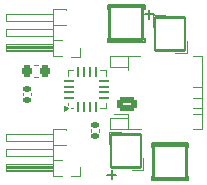
<source format=gto>
G04 #@! TF.GenerationSoftware,KiCad,Pcbnew,8.0.7-8.0.7-0~ubuntu24.04.1*
G04 #@! TF.CreationDate,2024-12-31T11:01:01-07:00*
G04 #@! TF.ProjectId,DRV8213 brushed Motor Driver,44525638-3231-4332-9062-727573686564,V1*
G04 #@! TF.SameCoordinates,Original*
G04 #@! TF.FileFunction,Legend,Top*
G04 #@! TF.FilePolarity,Positive*
%FSLAX46Y46*%
G04 Gerber Fmt 4.6, Leading zero omitted, Abs format (unit mm)*
G04 Created by KiCad (PCBNEW 8.0.7-8.0.7-0~ubuntu24.04.1) date 2024-12-31 11:01:01*
%MOMM*%
%LPD*%
G01*
G04 APERTURE LIST*
G04 Aperture macros list*
%AMRoundRect*
0 Rectangle with rounded corners*
0 $1 Rounding radius*
0 $2 $3 $4 $5 $6 $7 $8 $9 X,Y pos of 4 corners*
0 Add a 4 corners polygon primitive as box body*
4,1,4,$2,$3,$4,$5,$6,$7,$8,$9,$2,$3,0*
0 Add four circle primitives for the rounded corners*
1,1,$1+$1,$2,$3*
1,1,$1+$1,$4,$5*
1,1,$1+$1,$6,$7*
1,1,$1+$1,$8,$9*
0 Add four rect primitives between the rounded corners*
20,1,$1+$1,$2,$3,$4,$5,0*
20,1,$1+$1,$4,$5,$6,$7,0*
20,1,$1+$1,$6,$7,$8,$9,0*
20,1,$1+$1,$8,$9,$2,$3,0*%
G04 Aperture macros list end*
%ADD10C,0.150000*%
%ADD11C,0.127000*%
%ADD12C,0.120000*%
%ADD13RoundRect,0.102000X-1.400000X-1.400000X1.400000X-1.400000X1.400000X1.400000X-1.400000X1.400000X0*%
%ADD14RoundRect,0.100000X-1.250000X-1.400000X1.250000X-1.400000X1.250000X1.400000X-1.250000X1.400000X0*%
%ADD15RoundRect,0.140000X-0.170000X0.140000X-0.170000X-0.140000X0.170000X-0.140000X0.170000X0.140000X0*%
%ADD16RoundRect,0.100000X1.250000X1.400000X-1.250000X1.400000X-1.250000X-1.400000X1.250000X-1.400000X0*%
%ADD17RoundRect,0.102000X1.400000X1.400000X-1.400000X1.400000X-1.400000X-1.400000X1.400000X-1.400000X0*%
%ADD18R,1.000000X1.000000*%
%ADD19O,1.000000X1.000000*%
%ADD20RoundRect,0.225000X-0.225000X-0.250000X0.225000X-0.250000X0.225000X0.250000X-0.225000X0.250000X0*%
%ADD21RoundRect,0.250000X0.625000X-0.350000X0.625000X0.350000X-0.625000X0.350000X-0.625000X-0.350000X0*%
%ADD22O,1.750000X1.200000*%
%ADD23RoundRect,0.062500X0.062500X-0.355000X0.062500X0.355000X-0.062500X0.355000X-0.062500X-0.355000X0*%
%ADD24RoundRect,0.062500X0.355000X-0.062500X0.355000X0.062500X-0.355000X0.062500X-0.355000X-0.062500X0*%
%ADD25R,1.680000X1.680000*%
G04 APERTURE END LIST*
D10*
X174536779Y-95088866D02*
X175298684Y-95088866D01*
X174917731Y-95469819D02*
X174917731Y-94707914D01*
X171336779Y-108688866D02*
X172098684Y-108688866D01*
X171717731Y-109069819D02*
X171717731Y-108307914D01*
D11*
G04 #@! TO.C,J3*
X175100000Y-106000000D02*
X178200000Y-106000000D01*
X175100000Y-106350000D02*
X175100000Y-106000000D01*
X175100000Y-109100000D02*
X175100000Y-108750000D01*
X178200000Y-106000000D02*
X178200000Y-106350000D01*
X178200000Y-108750000D02*
X178200000Y-109100000D01*
X178200000Y-109100000D02*
X175100000Y-109100000D01*
D12*
G04 #@! TO.C,J4*
X175200000Y-95150000D02*
X175200000Y-96150000D01*
X176200000Y-95150000D02*
X175200000Y-95150000D01*
X177100000Y-98350000D02*
X178100000Y-98350000D01*
X178100000Y-98350000D02*
X178100000Y-97350000D01*
G04 #@! TO.C,C6*
X169940000Y-104792164D02*
X169940000Y-105007836D01*
X170660000Y-104792164D02*
X170660000Y-105007836D01*
G04 #@! TO.C,J1*
X171500000Y-105050000D02*
X171500000Y-106050000D01*
X172500000Y-105050000D02*
X171500000Y-105050000D01*
X173400000Y-108250000D02*
X174400000Y-108250000D01*
X174400000Y-108250000D02*
X174400000Y-107250000D01*
D11*
G04 #@! TO.C,J2*
X171400000Y-94300000D02*
X174500000Y-94300000D01*
X171400000Y-94650000D02*
X171400000Y-94300000D01*
X171400000Y-97400000D02*
X171400000Y-97050000D01*
X174500000Y-94300000D02*
X174500000Y-94650000D01*
X174500000Y-97050000D02*
X174500000Y-97400000D01*
X174500000Y-97400000D02*
X171400000Y-97400000D01*
D12*
G04 #@! TO.C,J11*
X162740000Y-105250000D02*
X166740000Y-105250000D01*
X162740000Y-105770000D02*
X162740000Y-105250000D01*
X162740000Y-106520000D02*
X166740000Y-106520000D01*
X162740000Y-107040000D02*
X162740000Y-106520000D01*
X162740000Y-107790000D02*
X166740000Y-107790000D01*
X162740000Y-108310000D02*
X162740000Y-107790000D01*
X166740000Y-104815000D02*
X167860000Y-104815000D01*
X166740000Y-105770000D02*
X162740000Y-105770000D01*
X166740000Y-107040000D02*
X162740000Y-107040000D01*
X166740000Y-107890000D02*
X162740000Y-107890000D01*
X166740000Y-108010000D02*
X162740000Y-108010000D01*
X166740000Y-108130000D02*
X162740000Y-108130000D01*
X166740000Y-108250000D02*
X162740000Y-108250000D01*
X166740000Y-108310000D02*
X162740000Y-108310000D01*
X166740000Y-108745000D02*
X166740000Y-104815000D01*
X167540000Y-107415000D02*
X166740000Y-107415000D01*
X167540000Y-108745000D02*
X166740000Y-108745000D01*
X167860000Y-104815000D02*
X167860000Y-104890323D01*
X167860000Y-106145000D02*
X166740000Y-106145000D01*
X167860000Y-106160323D02*
X167860000Y-106129677D01*
X169060000Y-108050000D02*
X169060000Y-108810000D01*
X169060000Y-108810000D02*
X168300000Y-108810000D01*
G04 #@! TO.C,C7*
X165159420Y-99340000D02*
X165440580Y-99340000D01*
X165159420Y-100360000D02*
X165440580Y-100360000D01*
G04 #@! TO.C,J9*
X171540000Y-98640000D02*
X171540000Y-99560000D01*
X171540000Y-99560000D02*
X173140000Y-99560000D01*
X171540000Y-103840000D02*
X171540000Y-104760000D01*
X171540000Y-104760000D02*
X179360000Y-104760000D01*
X173140000Y-98640000D02*
X173140000Y-99560000D01*
X173140000Y-99560000D02*
X173140000Y-99840000D01*
X173140000Y-103560000D02*
X171925000Y-103560000D01*
X173140000Y-103560000D02*
X173140000Y-103840000D01*
X173140000Y-103840000D02*
X171540000Y-103840000D01*
X173140000Y-104760000D02*
X173140000Y-103840000D01*
X175000000Y-101200000D02*
X179360000Y-101200000D01*
X175000000Y-102200000D02*
X175000000Y-101200000D01*
X175500000Y-99400000D02*
X177100000Y-99400000D01*
X175500000Y-100400000D02*
X175500000Y-99400000D01*
X175500000Y-103000000D02*
X175500000Y-104000000D01*
X175500000Y-104000000D02*
X177100000Y-104000000D01*
X177100000Y-99400000D02*
X177100000Y-100400000D01*
X177100000Y-100400000D02*
X175500000Y-100400000D01*
X177100000Y-103000000D02*
X175500000Y-103000000D01*
X177100000Y-103000000D02*
X179360000Y-103000000D01*
X177100000Y-103500000D02*
X179360000Y-103500000D01*
X177100000Y-104000000D02*
X177100000Y-103000000D01*
X179360000Y-98640000D02*
X171540000Y-98640000D01*
X179360000Y-102200000D02*
X175000000Y-102200000D01*
X179360000Y-104760000D02*
X179360000Y-98640000D01*
G04 #@! TO.C,U1*
X167990000Y-99840000D02*
X168465000Y-99840000D01*
X167990000Y-100315000D02*
X167990000Y-99840000D01*
X167990000Y-102585000D02*
X167990000Y-102760000D01*
X168465000Y-103060000D02*
X168230000Y-103060000D01*
X171210000Y-99840000D02*
X170735000Y-99840000D01*
X171210000Y-100315000D02*
X171210000Y-99840000D01*
X171210000Y-102585000D02*
X171210000Y-103060000D01*
X171210000Y-103060000D02*
X170735000Y-103060000D01*
X167990000Y-103060000D02*
X167660000Y-103300000D01*
X167660000Y-102820000D01*
X167990000Y-103060000D01*
G36*
X167990000Y-103060000D02*
G01*
X167660000Y-103300000D01*
X167660000Y-102820000D01*
X167990000Y-103060000D01*
G37*
G04 #@! TO.C,J10*
X162740000Y-95100000D02*
X166740000Y-95100000D01*
X162740000Y-95620000D02*
X162740000Y-95100000D01*
X162740000Y-96370000D02*
X166740000Y-96370000D01*
X162740000Y-96890000D02*
X162740000Y-96370000D01*
X162740000Y-97640000D02*
X166740000Y-97640000D01*
X162740000Y-98160000D02*
X162740000Y-97640000D01*
X166740000Y-94665000D02*
X167860000Y-94665000D01*
X166740000Y-95620000D02*
X162740000Y-95620000D01*
X166740000Y-96890000D02*
X162740000Y-96890000D01*
X166740000Y-97740000D02*
X162740000Y-97740000D01*
X166740000Y-97860000D02*
X162740000Y-97860000D01*
X166740000Y-97980000D02*
X162740000Y-97980000D01*
X166740000Y-98100000D02*
X162740000Y-98100000D01*
X166740000Y-98160000D02*
X162740000Y-98160000D01*
X166740000Y-98595000D02*
X166740000Y-94665000D01*
X167540000Y-97265000D02*
X166740000Y-97265000D01*
X167540000Y-98595000D02*
X166740000Y-98595000D01*
X167860000Y-94665000D02*
X167860000Y-94740323D01*
X167860000Y-95995000D02*
X166740000Y-95995000D01*
X167860000Y-96010323D02*
X167860000Y-95979677D01*
X169060000Y-97900000D02*
X169060000Y-98660000D01*
X169060000Y-98660000D02*
X168300000Y-98660000D01*
G04 #@! TO.C,C8*
X164190000Y-101742164D02*
X164190000Y-101957836D01*
X164910000Y-101742164D02*
X164910000Y-101957836D01*
G04 #@! TD*
%LPC*%
D13*
G04 #@! TO.C,J3*
X176650000Y-107550000D03*
G04 #@! TD*
D14*
G04 #@! TO.C,J4*
X176650000Y-96750000D03*
G04 #@! TD*
D15*
G04 #@! TO.C,C6*
X170300000Y-104420000D03*
X170300000Y-105380000D03*
G04 #@! TD*
D16*
G04 #@! TO.C,J1*
X172950000Y-106650000D03*
G04 #@! TD*
D17*
G04 #@! TO.C,J2*
X172950000Y-95850000D03*
G04 #@! TD*
D18*
G04 #@! TO.C,J11*
X168300000Y-108050000D03*
D19*
X168300000Y-106780000D03*
X168300000Y-105510000D03*
G04 #@! TD*
D20*
G04 #@! TO.C,C7*
X164525000Y-99850000D03*
X166075000Y-99850000D03*
G04 #@! TD*
D21*
G04 #@! TO.C,J9*
X173000000Y-102700000D03*
D22*
X173000000Y-100700000D03*
G04 #@! TD*
D23*
G04 #@! TO.C,U1*
X168850000Y-102907500D03*
X169350000Y-102907500D03*
X169850000Y-102907500D03*
X170350000Y-102907500D03*
D24*
X171057500Y-102200000D03*
X171057500Y-101700000D03*
X171057500Y-101200000D03*
X171057500Y-100700000D03*
D23*
X170350000Y-99992500D03*
X169850000Y-99992500D03*
X169350000Y-99992500D03*
X168850000Y-99992500D03*
D24*
X168142500Y-100700000D03*
X168142500Y-101200000D03*
X168142500Y-101700000D03*
X168142500Y-102200000D03*
D25*
X169600000Y-101450000D03*
G04 #@! TD*
D18*
G04 #@! TO.C,J10*
X168300000Y-97900000D03*
D19*
X168300000Y-96630000D03*
X168300000Y-95360000D03*
G04 #@! TD*
D15*
G04 #@! TO.C,C8*
X164550000Y-101370000D03*
X164550000Y-102330000D03*
G04 #@! TD*
G36*
X178361980Y-98502383D02*
G01*
X178421480Y-98514218D01*
X178466179Y-98532732D01*
X178506268Y-98559518D01*
X178540481Y-98593731D01*
X178567267Y-98633820D01*
X178585781Y-98678517D01*
X178597617Y-98738017D01*
X178600000Y-98762210D01*
X178600000Y-105537789D01*
X178597617Y-105561982D01*
X178585781Y-105621482D01*
X178567267Y-105666179D01*
X178540481Y-105706268D01*
X178506268Y-105740481D01*
X178466179Y-105767267D01*
X178421482Y-105785781D01*
X178361982Y-105797617D01*
X178337789Y-105800000D01*
X175362211Y-105800000D01*
X175338019Y-105797617D01*
X175278518Y-105785781D01*
X175233820Y-105767267D01*
X175193731Y-105740481D01*
X175159518Y-105706268D01*
X175132732Y-105666179D01*
X175114218Y-105621480D01*
X175102383Y-105561980D01*
X175100000Y-105537789D01*
X175100000Y-105149999D01*
X175099999Y-105149995D01*
X175080970Y-105054329D01*
X175080970Y-105054328D01*
X175026776Y-104973223D01*
X174945671Y-104919029D01*
X174850004Y-104900000D01*
X174462211Y-104900000D01*
X174438019Y-104897617D01*
X174378518Y-104885781D01*
X174333820Y-104867267D01*
X174293731Y-104840481D01*
X174259518Y-104806268D01*
X174232732Y-104766179D01*
X174214218Y-104721480D01*
X174202383Y-104661980D01*
X174200000Y-104637789D01*
X174200000Y-98762210D01*
X174202383Y-98738019D01*
X174214218Y-98678519D01*
X174232732Y-98633820D01*
X174259518Y-98593731D01*
X174293731Y-98559518D01*
X174333820Y-98532732D01*
X174378520Y-98514217D01*
X174438021Y-98502382D01*
X174462211Y-98500000D01*
X178337789Y-98500000D01*
X178361980Y-98502383D01*
G37*
%LPD*%
M02*

</source>
